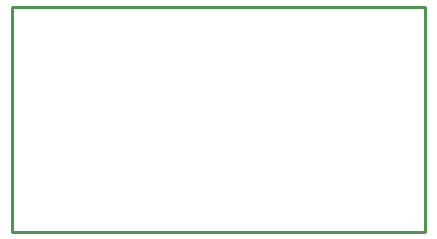
<source format=gko>
G04*
G04 #@! TF.GenerationSoftware,Altium Limited,Altium Designer,21.6.1 (37)*
G04*
G04 Layer_Color=16711935*
%FSLAX44Y44*%
%MOMM*%
G71*
G04*
G04 #@! TF.SameCoordinates,C135475F-75A8-4638-86A0-0441CF34CE4C*
G04*
G04*
G04 #@! TF.FilePolarity,Positive*
G04*
G01*
G75*
%ADD32C,0.2540*%
D32*
X250000Y250000D02*
Y440000D01*
X600000D01*
Y250000D02*
Y440000D01*
X250000Y250000D02*
X600000D01*
M02*

</source>
